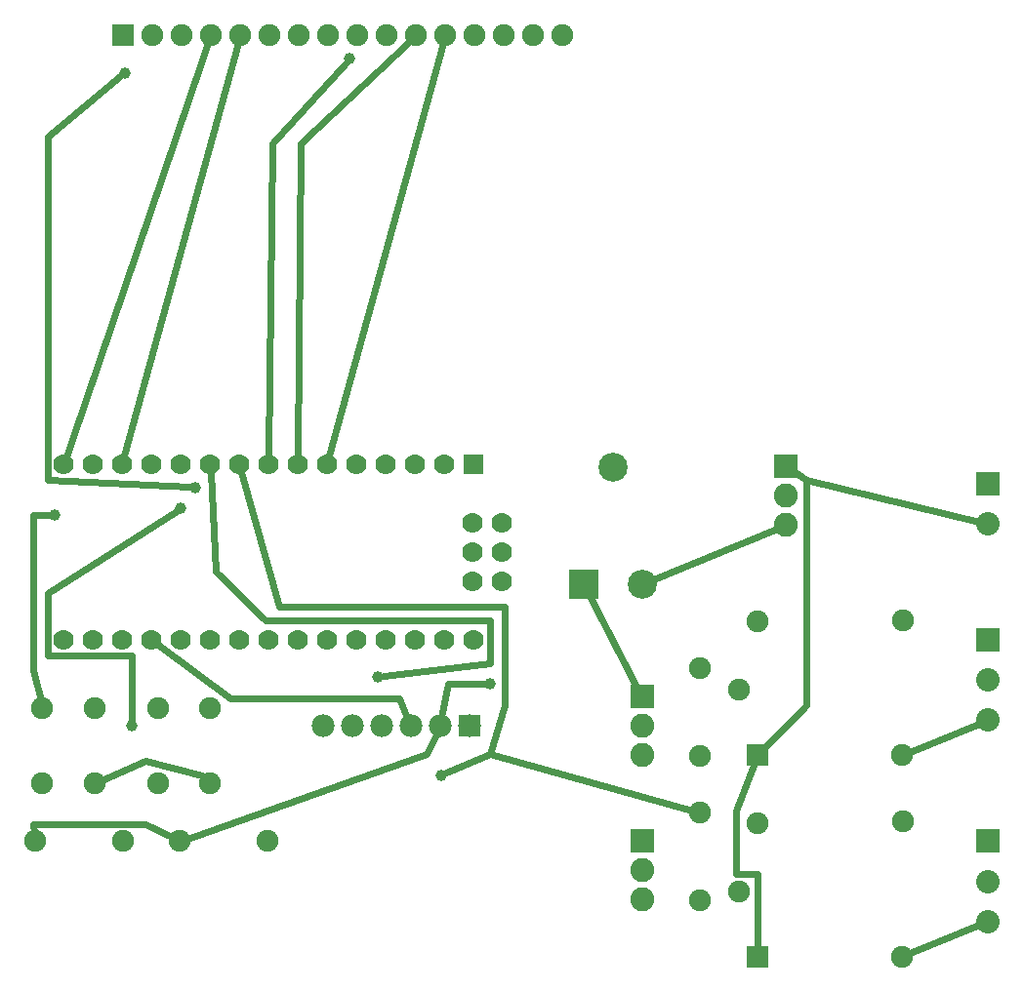
<source format=gtl>
G04 MADE WITH FRITZING*
G04 WWW.FRITZING.ORG*
G04 DOUBLE SIDED*
G04 HOLES PLATED*
G04 CONTOUR ON CENTER OF CONTOUR VECTOR*
%ASAXBY*%
%FSLAX23Y23*%
%MOIN*%
%OFA0B0*%
%SFA1.0B1.0*%
%ADD10C,0.075000*%
%ADD11C,0.078000*%
%ADD12C,0.099000*%
%ADD13C,0.070000*%
%ADD14C,0.080000*%
%ADD15C,0.082000*%
%ADD16C,0.039370*%
%ADD17R,0.075000X0.075000*%
%ADD18R,0.078000X0.078000*%
%ADD19R,0.099000X0.099000*%
%ADD20R,0.070000X0.069958*%
%ADD21R,0.080000X0.080000*%
%ADD22R,0.082000X0.082000*%
%ADD23C,0.024000*%
%LNCOPPER1*%
G90*
G70*
G54D10*
X367Y3302D03*
X467Y3302D03*
X567Y3302D03*
X667Y3302D03*
X767Y3302D03*
X867Y3302D03*
X967Y3302D03*
X1067Y3302D03*
X1167Y3302D03*
X1267Y3302D03*
X1367Y3302D03*
X1467Y3302D03*
X1567Y3302D03*
X1667Y3302D03*
X1767Y3302D03*
X1867Y3302D03*
G54D11*
X1548Y940D03*
X1448Y940D03*
X1348Y940D03*
X1248Y940D03*
X1148Y940D03*
X1048Y940D03*
G54D12*
X2140Y1425D03*
X1940Y1425D03*
X2040Y1825D03*
G54D13*
X1563Y1835D03*
X1463Y1835D03*
X1363Y1835D03*
X1263Y1835D03*
X1163Y1835D03*
X1063Y1835D03*
X963Y1835D03*
X863Y1835D03*
X763Y1835D03*
X663Y1835D03*
X563Y1835D03*
X463Y1835D03*
X363Y1835D03*
X263Y1835D03*
X163Y1835D03*
X1563Y1235D03*
X1463Y1235D03*
X1363Y1235D03*
X1263Y1235D03*
X1163Y1235D03*
X1063Y1235D03*
X963Y1235D03*
X863Y1235D03*
X763Y1235D03*
X663Y1235D03*
X563Y1235D03*
X463Y1235D03*
X363Y1235D03*
X263Y1235D03*
X163Y1235D03*
X1659Y1635D03*
X1559Y1635D03*
X1659Y1535D03*
X1559Y1535D03*
X1659Y1434D03*
X1559Y1434D03*
G54D10*
X662Y999D03*
X662Y743D03*
X485Y999D03*
X485Y743D03*
X268Y999D03*
X268Y743D03*
X91Y999D03*
X91Y743D03*
X2532Y841D03*
X3026Y841D03*
X3031Y1302D03*
X2470Y1064D03*
X2532Y1297D03*
G54D14*
X3319Y546D03*
X3319Y408D03*
X3319Y270D03*
X3319Y1235D03*
X3319Y1097D03*
X3319Y959D03*
G54D10*
X67Y546D03*
X367Y546D03*
X559Y546D03*
X859Y546D03*
G54D14*
X3319Y1766D03*
X3319Y1629D03*
G54D15*
X2138Y547D03*
X2138Y447D03*
X2138Y347D03*
X2138Y1040D03*
X2138Y940D03*
X2138Y840D03*
G54D10*
X2335Y836D03*
X2335Y1136D03*
X2335Y344D03*
X2335Y644D03*
X2532Y152D03*
X3026Y152D03*
X3031Y613D03*
X2470Y375D03*
X2532Y608D03*
G54D15*
X2630Y1827D03*
X2630Y1727D03*
X2630Y1627D03*
G54D16*
X1452Y771D03*
X612Y1755D03*
X372Y3171D03*
X1620Y1083D03*
X132Y1659D03*
X1236Y1107D03*
X1140Y3219D03*
X396Y939D03*
X564Y1683D03*
G54D17*
X366Y3302D03*
G54D18*
X1548Y940D03*
G54D19*
X1940Y1425D03*
G54D20*
X1563Y1835D03*
G54D17*
X2533Y841D03*
G54D21*
X3319Y546D03*
X3319Y1235D03*
X3319Y1766D03*
G54D22*
X2138Y547D03*
X2138Y1040D03*
G54D17*
X2533Y152D03*
G54D22*
X2630Y1827D03*
G54D23*
X3291Y948D02*
X3053Y852D01*
D02*
X3291Y259D02*
X3053Y163D01*
D02*
X371Y1863D02*
X759Y3274D01*
D02*
X1346Y3282D02*
X972Y2931D01*
X972Y2931D02*
X964Y1864D01*
D02*
X1459Y3274D02*
X1071Y1863D01*
D02*
X1127Y3205D02*
X876Y2931D01*
X876Y2931D02*
X864Y1864D01*
D02*
X1336Y967D02*
X1308Y1035D01*
X1308Y1035D02*
X732Y1035D01*
X732Y1035D02*
X487Y1218D01*
D02*
X294Y754D02*
X444Y819D01*
X444Y819D02*
X636Y771D01*
X636Y771D02*
X643Y764D01*
D02*
X1255Y1110D02*
X1620Y1155D01*
X1620Y1155D02*
X1620Y1299D01*
X1620Y1299D02*
X852Y1299D01*
X852Y1299D02*
X684Y1467D01*
X684Y1467D02*
X665Y1806D01*
D02*
X2532Y181D02*
X2532Y435D01*
X2532Y435D02*
X2460Y435D01*
X2460Y435D02*
X2460Y651D01*
X2460Y651D02*
X2522Y814D01*
D02*
X2657Y1809D02*
X2700Y1779D01*
X2700Y1779D02*
X2700Y1011D01*
X2700Y1011D02*
X2552Y862D01*
D02*
X3289Y1636D02*
X2700Y1779D01*
D02*
X2124Y1068D02*
X1954Y1397D01*
D02*
X657Y3275D02*
X173Y1862D01*
D02*
X1454Y969D02*
X1476Y1083D01*
X1476Y1083D02*
X1601Y1083D01*
D02*
X2601Y1615D02*
X2169Y1437D01*
D02*
X586Y555D02*
X1404Y843D01*
X1404Y843D02*
X1435Y912D01*
D02*
X63Y574D02*
X60Y603D01*
X60Y603D02*
X444Y603D01*
X444Y603D02*
X533Y559D01*
D02*
X357Y3159D02*
X108Y2955D01*
X108Y2955D02*
X108Y1779D01*
X108Y1779D02*
X593Y1756D01*
D02*
X771Y1807D02*
X900Y1347D01*
X900Y1347D02*
X1668Y1347D01*
X1668Y1347D02*
X1668Y1011D01*
X1668Y1011D02*
X1620Y843D01*
X1620Y843D02*
X1469Y779D01*
D02*
X2308Y652D02*
X1620Y843D01*
D02*
X548Y1673D02*
X108Y1395D01*
X108Y1395D02*
X108Y1179D01*
X108Y1179D02*
X396Y1179D01*
X396Y1179D02*
X396Y958D01*
D02*
X113Y1659D02*
X60Y1659D01*
X60Y1659D02*
X60Y1131D01*
X60Y1131D02*
X85Y1027D01*
G04 End of Copper1*
M02*
</source>
